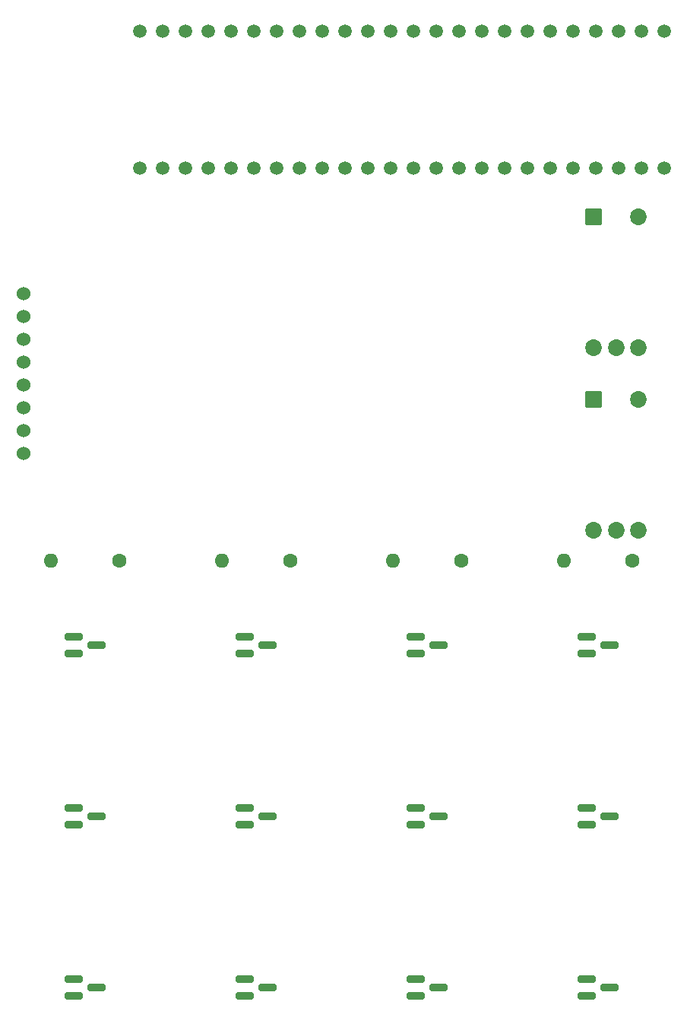
<source format=gts>
%TF.GenerationSoftware,KiCad,Pcbnew,7.0.8*%
%TF.CreationDate,2024-07-17T11:45:19-04:00*%
%TF.ProjectId,analog-macropad,616e616c-6f67-42d6-9d61-63726f706164,v01*%
%TF.SameCoordinates,Original*%
%TF.FileFunction,Soldermask,Top*%
%TF.FilePolarity,Negative*%
%FSLAX46Y46*%
G04 Gerber Fmt 4.6, Leading zero omitted, Abs format (unit mm)*
G04 Created by KiCad (PCBNEW 7.0.8) date 2024-07-17 11:45:19*
%MOMM*%
%LPD*%
G01*
G04 APERTURE LIST*
G04 Aperture macros list*
%AMRoundRect*
0 Rectangle with rounded corners*
0 $1 Rounding radius*
0 $2 $3 $4 $5 $6 $7 $8 $9 X,Y pos of 4 corners*
0 Add a 4 corners polygon primitive as box body*
4,1,4,$2,$3,$4,$5,$6,$7,$8,$9,$2,$3,0*
0 Add four circle primitives for the rounded corners*
1,1,$1+$1,$2,$3*
1,1,$1+$1,$4,$5*
1,1,$1+$1,$6,$7*
1,1,$1+$1,$8,$9*
0 Add four rect primitives between the rounded corners*
20,1,$1+$1,$2,$3,$4,$5,0*
20,1,$1+$1,$4,$5,$6,$7,0*
20,1,$1+$1,$6,$7,$8,$9,0*
20,1,$1+$1,$8,$9,$2,$3,0*%
G04 Aperture macros list end*
%ADD10C,1.854000*%
%ADD11RoundRect,0.102000X-0.825000X-0.825000X0.825000X-0.825000X0.825000X0.825000X-0.825000X0.825000X0*%
%ADD12C,1.600000*%
%ADD13O,1.600000X1.600000*%
%ADD14RoundRect,0.175750X-0.840950X-0.221250X0.840950X-0.221250X0.840950X0.221250X-0.840950X0.221250X0*%
%ADD15C,1.512000*%
%ADD16C,1.524000*%
G04 APERTURE END LIST*
D10*
%TO.C,RS1*%
X167680000Y-71508000D03*
X170180000Y-71508000D03*
X172680000Y-71508000D03*
D11*
X167680000Y-57008000D03*
D10*
X172680000Y-57008000D03*
%TD*%
D12*
%TO.C,10k*%
X152908000Y-95250000D03*
D13*
X145288000Y-95250000D03*
%TD*%
D14*
%TO.C,U8*%
X147828300Y-103698000D03*
X147828300Y-105598000D03*
X150367700Y-104648000D03*
%TD*%
%TO.C,U13*%
X166878300Y-141798000D03*
X166878300Y-143698000D03*
X169417700Y-142748000D03*
%TD*%
%TO.C,U7*%
X128778300Y-141798000D03*
X128778300Y-143698000D03*
X131317700Y-142748000D03*
%TD*%
D10*
%TO.C,RS2*%
X167680000Y-91828000D03*
X170180000Y-91828000D03*
X172680000Y-91828000D03*
D11*
X167680000Y-77328000D03*
D10*
X172680000Y-77328000D03*
%TD*%
D14*
%TO.C,U3*%
X109728300Y-122748000D03*
X109728300Y-124648000D03*
X112267700Y-123698000D03*
%TD*%
%TO.C,U10*%
X147828300Y-141798000D03*
X147828300Y-143698000D03*
X150367700Y-142748000D03*
%TD*%
%TO.C,U9*%
X147828300Y-122748000D03*
X147828300Y-124648000D03*
X150367700Y-123698000D03*
%TD*%
D15*
%TO.C,U1*%
X172974000Y-36322000D03*
X170434000Y-36322000D03*
X167894000Y-36322000D03*
X165354000Y-36322000D03*
X139954000Y-36322000D03*
X170434000Y-51562000D03*
X162814000Y-36322000D03*
X160274000Y-36322000D03*
X157734000Y-36322000D03*
X155194000Y-36322000D03*
X152654000Y-36322000D03*
X150114000Y-36322000D03*
X147574000Y-36322000D03*
X145034000Y-36322000D03*
X142494000Y-36322000D03*
X142494000Y-51562000D03*
X145034000Y-51562000D03*
X147574000Y-51562000D03*
X150114000Y-51562000D03*
X152654000Y-51562000D03*
X155194000Y-51562000D03*
X157734000Y-51562000D03*
X160274000Y-51562000D03*
X162814000Y-51562000D03*
X165354000Y-51562000D03*
X167894000Y-51562000D03*
X137414000Y-36322000D03*
X134874000Y-36322000D03*
X132334000Y-36322000D03*
X129794000Y-36322000D03*
X127254000Y-36322000D03*
X124714000Y-36322000D03*
X122174000Y-36322000D03*
X119634000Y-36322000D03*
X117094000Y-36322000D03*
X117094000Y-51562000D03*
X119634000Y-51562000D03*
X122174000Y-51562000D03*
X124714000Y-51562000D03*
X127254000Y-51562000D03*
X129794000Y-51562000D03*
X132334000Y-51562000D03*
X134874000Y-51562000D03*
X137414000Y-51562000D03*
X175514000Y-36322000D03*
X139954000Y-51562000D03*
X172974000Y-51562000D03*
X175514000Y-51562000D03*
%TD*%
D12*
%TO.C,10k*%
X114808000Y-95250000D03*
D13*
X107188000Y-95250000D03*
%TD*%
D14*
%TO.C,U12*%
X166878300Y-122748000D03*
X166878300Y-124648000D03*
X169417700Y-123698000D03*
%TD*%
D16*
%TO.C,U14*%
X104140000Y-65532000D03*
X104140000Y-68072000D03*
X104140000Y-70612000D03*
X104140000Y-73152000D03*
X104140000Y-75692000D03*
X104140000Y-78232000D03*
X104140000Y-80772000D03*
X104140000Y-83312000D03*
%TD*%
D12*
%TO.C,10k*%
X133858000Y-95250000D03*
D13*
X126238000Y-95250000D03*
%TD*%
D14*
%TO.C,U2*%
X109729300Y-103698000D03*
X109729300Y-105598000D03*
X112268700Y-104648000D03*
%TD*%
%TO.C,U4*%
X109728300Y-141798000D03*
X109728300Y-143698000D03*
X112267700Y-142748000D03*
%TD*%
%TO.C,U6*%
X128778300Y-122748000D03*
X128778300Y-124648000D03*
X131317700Y-123698000D03*
%TD*%
D12*
%TO.C,10k*%
X171958000Y-95250000D03*
D13*
X164338000Y-95250000D03*
%TD*%
D14*
%TO.C,U11*%
X166878300Y-103698000D03*
X166878300Y-105598000D03*
X169417700Y-104648000D03*
%TD*%
%TO.C,U5*%
X128778300Y-103698000D03*
X128778300Y-105598000D03*
X131317700Y-104648000D03*
%TD*%
M02*

</source>
